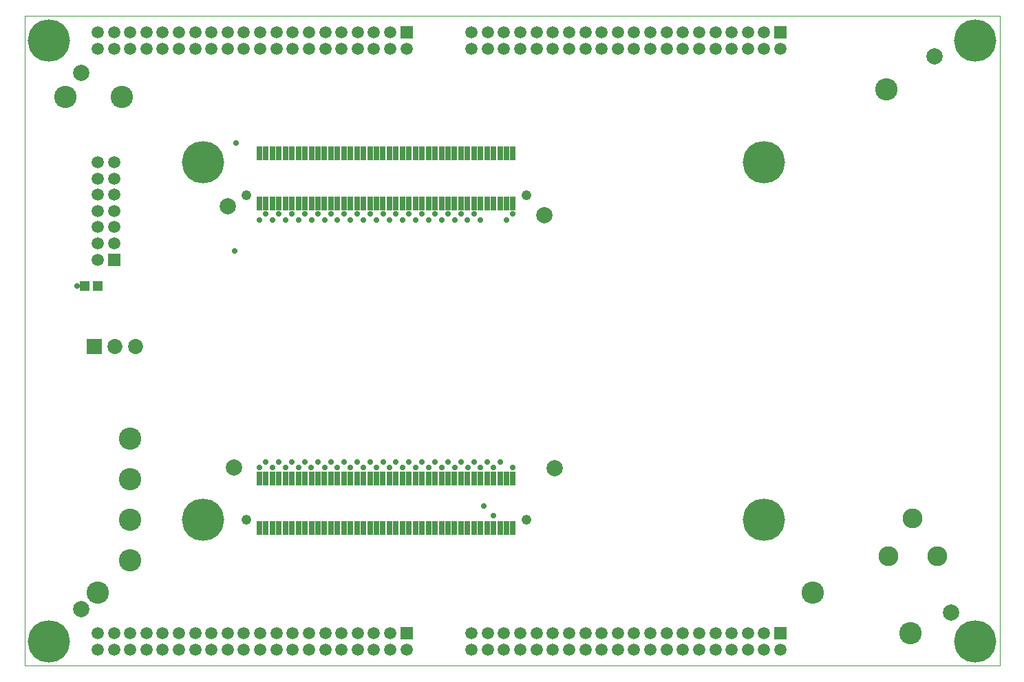
<source format=gts>
G04 Layer_Color=8388736*
%FSLAX25Y25*%
%MOIN*%
G70*
G01*
G75*
%ADD36C,0.00100*%
%ADD37R,0.04737X0.04737*%
%ADD38R,0.02611X0.06509*%
%ADD39C,0.07874*%
%ADD40C,0.10800*%
%ADD41C,0.07300*%
%ADD42R,0.07300X0.07300*%
%ADD43C,0.05918*%
%ADD44R,0.05918X0.05918*%
%ADD45R,0.05918X0.05918*%
%ADD46C,0.04816*%
%ADD47C,0.20485*%
%ADD48C,0.09658*%
%ADD49C,0.02800*%
D36*
X-11811Y-11811D02*
Y303150D01*
Y-11811D02*
X460630D01*
Y303150D01*
X-11811D02*
X460630D01*
D37*
X23550Y172300D02*
D03*
X17250D02*
D03*
D38*
X161811Y54783D02*
D03*
Y79075D02*
D03*
X158661Y54783D02*
D03*
Y79075D02*
D03*
X155512Y54783D02*
D03*
Y79075D02*
D03*
X152362Y54783D02*
D03*
Y79075D02*
D03*
X149213Y54783D02*
D03*
Y79075D02*
D03*
X146063Y54783D02*
D03*
Y79075D02*
D03*
X142913Y54783D02*
D03*
Y79075D02*
D03*
X139764Y54783D02*
D03*
Y79075D02*
D03*
X136614Y54783D02*
D03*
Y79075D02*
D03*
X133465D02*
D03*
X130315Y54783D02*
D03*
Y79075D02*
D03*
X127165Y54783D02*
D03*
Y79075D02*
D03*
X124016Y54783D02*
D03*
Y79075D02*
D03*
X120866Y54783D02*
D03*
Y79075D02*
D03*
X117717Y54783D02*
D03*
Y79075D02*
D03*
X114567Y54783D02*
D03*
Y79075D02*
D03*
X111417Y54783D02*
D03*
Y79075D02*
D03*
X108268Y54783D02*
D03*
Y79075D02*
D03*
X105118Y54783D02*
D03*
Y79075D02*
D03*
X101969Y54783D02*
D03*
Y79075D02*
D03*
X133465Y54783D02*
D03*
X196457D02*
D03*
X164961Y79075D02*
D03*
Y54783D02*
D03*
X168110Y79075D02*
D03*
Y54783D02*
D03*
X171260Y79075D02*
D03*
Y54783D02*
D03*
X174409Y79075D02*
D03*
Y54783D02*
D03*
X177559Y79075D02*
D03*
Y54783D02*
D03*
X180709Y79075D02*
D03*
Y54783D02*
D03*
X183858Y79075D02*
D03*
Y54783D02*
D03*
X187008Y79075D02*
D03*
Y54783D02*
D03*
X190157Y79075D02*
D03*
Y54783D02*
D03*
X193307Y79075D02*
D03*
Y54783D02*
D03*
X196457Y79075D02*
D03*
X199606D02*
D03*
Y54783D02*
D03*
X202756Y79075D02*
D03*
Y54783D02*
D03*
X205906Y79075D02*
D03*
Y54783D02*
D03*
X209055Y79075D02*
D03*
Y54783D02*
D03*
X212205Y79075D02*
D03*
Y54783D02*
D03*
X215354Y79075D02*
D03*
Y54783D02*
D03*
X218504Y79075D02*
D03*
Y54783D02*
D03*
X221654Y79075D02*
D03*
Y54783D02*
D03*
X224803Y79075D02*
D03*
Y54783D02*
D03*
Y212264D02*
D03*
Y236555D02*
D03*
X221654Y212264D02*
D03*
Y236555D02*
D03*
X218504Y212264D02*
D03*
Y236555D02*
D03*
X215354Y212264D02*
D03*
Y236555D02*
D03*
X212205Y212264D02*
D03*
Y236555D02*
D03*
X209055Y212264D02*
D03*
Y236555D02*
D03*
X205906Y212264D02*
D03*
Y236555D02*
D03*
X202756Y212264D02*
D03*
Y236555D02*
D03*
X199606Y212264D02*
D03*
Y236555D02*
D03*
X196457D02*
D03*
X193307Y212264D02*
D03*
Y236555D02*
D03*
X190157Y212264D02*
D03*
Y236555D02*
D03*
X187008Y212264D02*
D03*
Y236555D02*
D03*
X183858Y212264D02*
D03*
Y236555D02*
D03*
X180709Y212264D02*
D03*
Y236555D02*
D03*
X177559Y212264D02*
D03*
Y236555D02*
D03*
X174409Y212264D02*
D03*
Y236555D02*
D03*
X171260Y212264D02*
D03*
Y236555D02*
D03*
X168110Y212264D02*
D03*
Y236555D02*
D03*
X164961Y212264D02*
D03*
Y236555D02*
D03*
X196457Y212264D02*
D03*
X133465D02*
D03*
X101969Y236555D02*
D03*
Y212264D02*
D03*
X105118Y236555D02*
D03*
Y212264D02*
D03*
X108268Y236555D02*
D03*
Y212264D02*
D03*
X111417Y236555D02*
D03*
Y212264D02*
D03*
X114567Y236555D02*
D03*
Y212264D02*
D03*
X117717Y236555D02*
D03*
Y212264D02*
D03*
X120866Y236555D02*
D03*
Y212264D02*
D03*
X124016Y236555D02*
D03*
Y212264D02*
D03*
X127165Y236555D02*
D03*
Y212264D02*
D03*
X130315Y236555D02*
D03*
Y212264D02*
D03*
X133465Y236555D02*
D03*
X136614D02*
D03*
Y212264D02*
D03*
X139764Y236555D02*
D03*
Y212264D02*
D03*
X142913Y236555D02*
D03*
Y212264D02*
D03*
X146063Y236555D02*
D03*
Y212264D02*
D03*
X149213Y236555D02*
D03*
Y212264D02*
D03*
X152362Y236555D02*
D03*
Y212264D02*
D03*
X155512Y236555D02*
D03*
Y212264D02*
D03*
X158661Y236555D02*
D03*
Y212264D02*
D03*
X161811Y236555D02*
D03*
Y212264D02*
D03*
D39*
X15748Y275590D02*
D03*
X429134Y283465D02*
D03*
X436900Y13800D02*
D03*
X15748Y15748D02*
D03*
X86600Y210800D02*
D03*
X239900Y206500D02*
D03*
X244900Y83800D02*
D03*
X89600Y84100D02*
D03*
D40*
X405512Y267717D02*
D03*
X417323Y3937D02*
D03*
X370079Y23622D02*
D03*
X23622D02*
D03*
X39370Y59055D02*
D03*
Y78740D02*
D03*
Y98425D02*
D03*
Y39370D02*
D03*
X35433Y263779D02*
D03*
X7874D02*
D03*
D41*
X42133Y142958D02*
D03*
X32133D02*
D03*
D42*
X22133D02*
D03*
D43*
X31496Y208661D02*
D03*
X23622D02*
D03*
X31496Y216535D02*
D03*
X23622D02*
D03*
Y200787D02*
D03*
X31496D02*
D03*
X23622Y192913D02*
D03*
X31496D02*
D03*
X23622Y185039D02*
D03*
Y232283D02*
D03*
X31496D02*
D03*
X23622Y224410D02*
D03*
X31496D02*
D03*
X314961Y3937D02*
D03*
Y-3937D02*
D03*
X307087Y3937D02*
D03*
Y-3937D02*
D03*
X354331D02*
D03*
X346457Y3937D02*
D03*
Y-3937D02*
D03*
X338583Y3937D02*
D03*
Y-3937D02*
D03*
X322835D02*
D03*
Y3937D02*
D03*
X330709Y-3937D02*
D03*
Y3937D02*
D03*
X299213D02*
D03*
Y-3937D02*
D03*
X291339Y3937D02*
D03*
Y-3937D02*
D03*
X283465Y3937D02*
D03*
Y-3937D02*
D03*
X275591Y3937D02*
D03*
Y-3937D02*
D03*
X267717Y3937D02*
D03*
Y-3937D02*
D03*
X259842Y3937D02*
D03*
Y-3937D02*
D03*
X251969Y3937D02*
D03*
Y-3937D02*
D03*
X244094Y3937D02*
D03*
Y-3937D02*
D03*
X236221Y3937D02*
D03*
Y-3937D02*
D03*
X228346Y3937D02*
D03*
Y-3937D02*
D03*
X220473Y3937D02*
D03*
Y-3937D02*
D03*
X212598Y3937D02*
D03*
Y-3937D02*
D03*
X204724Y3937D02*
D03*
Y-3937D02*
D03*
X23622D02*
D03*
Y3937D02*
D03*
X31496Y-3937D02*
D03*
Y3937D02*
D03*
X39370Y-3937D02*
D03*
Y3937D02*
D03*
X47244Y-3937D02*
D03*
Y3937D02*
D03*
X55118Y-3937D02*
D03*
Y3937D02*
D03*
X62992Y-3937D02*
D03*
Y3937D02*
D03*
X70866Y-3937D02*
D03*
Y3937D02*
D03*
X78740Y-3937D02*
D03*
Y3937D02*
D03*
X86614Y-3937D02*
D03*
Y3937D02*
D03*
X94488Y-3937D02*
D03*
Y3937D02*
D03*
X102362Y-3937D02*
D03*
Y3937D02*
D03*
X110236Y-3937D02*
D03*
Y3937D02*
D03*
X118110Y-3937D02*
D03*
Y3937D02*
D03*
X149606D02*
D03*
Y-3937D02*
D03*
X141732Y3937D02*
D03*
Y-3937D02*
D03*
X157480D02*
D03*
Y3937D02*
D03*
X165354Y-3937D02*
D03*
Y3937D02*
D03*
X173228Y-3937D02*
D03*
X125984D02*
D03*
Y3937D02*
D03*
X133858Y-3937D02*
D03*
Y3937D02*
D03*
X314961Y295276D02*
D03*
Y287402D02*
D03*
X307087Y295276D02*
D03*
Y287402D02*
D03*
X354331D02*
D03*
X346457Y295276D02*
D03*
Y287402D02*
D03*
X338583Y295276D02*
D03*
Y287402D02*
D03*
X322835D02*
D03*
Y295276D02*
D03*
X330709Y287402D02*
D03*
Y295276D02*
D03*
X299213D02*
D03*
Y287402D02*
D03*
X291339Y295276D02*
D03*
Y287402D02*
D03*
X283465Y295276D02*
D03*
Y287402D02*
D03*
X275591Y295276D02*
D03*
Y287402D02*
D03*
X267717Y295276D02*
D03*
Y287402D02*
D03*
X259842Y295276D02*
D03*
Y287402D02*
D03*
X251969Y295276D02*
D03*
Y287402D02*
D03*
X244094Y295276D02*
D03*
Y287402D02*
D03*
X236221Y295276D02*
D03*
Y287402D02*
D03*
X228346Y295276D02*
D03*
Y287402D02*
D03*
X220473Y295276D02*
D03*
Y287402D02*
D03*
X212598Y295276D02*
D03*
Y287402D02*
D03*
X204724Y295276D02*
D03*
Y287402D02*
D03*
X23622D02*
D03*
Y295276D02*
D03*
X31496Y287402D02*
D03*
Y295276D02*
D03*
X39370Y287402D02*
D03*
Y295276D02*
D03*
X47244Y287402D02*
D03*
Y295276D02*
D03*
X55118Y287402D02*
D03*
Y295276D02*
D03*
X62992Y287402D02*
D03*
Y295276D02*
D03*
X70866Y287402D02*
D03*
Y295276D02*
D03*
X78740Y287402D02*
D03*
Y295276D02*
D03*
X86614Y287402D02*
D03*
Y295276D02*
D03*
X94488Y287402D02*
D03*
Y295276D02*
D03*
X102362Y287402D02*
D03*
Y295276D02*
D03*
X110236Y287402D02*
D03*
Y295276D02*
D03*
X118110Y287402D02*
D03*
Y295276D02*
D03*
X149606D02*
D03*
Y287402D02*
D03*
X141732Y295276D02*
D03*
Y287402D02*
D03*
X157480D02*
D03*
Y295276D02*
D03*
X165354Y287402D02*
D03*
Y295276D02*
D03*
X173228Y287402D02*
D03*
X125984D02*
D03*
Y295276D02*
D03*
X133858Y287402D02*
D03*
Y295276D02*
D03*
D44*
X31496Y185039D02*
D03*
D45*
X354331Y3937D02*
D03*
X173228D02*
D03*
X354331Y295276D02*
D03*
X173228D02*
D03*
D46*
X231240Y58917D02*
D03*
X95531D02*
D03*
Y216398D02*
D03*
X231240D02*
D03*
D47*
X0Y0D02*
D03*
X448819D02*
D03*
X0Y291339D02*
D03*
X448819D02*
D03*
X74803Y232283D02*
D03*
X346457D02*
D03*
Y59055D02*
D03*
X74803D02*
D03*
D48*
X406646Y41150D02*
D03*
X430268D02*
D03*
X418457Y59654D02*
D03*
D49*
X210600Y65500D02*
D03*
X215400Y60800D02*
D03*
X90700Y241500D02*
D03*
X146100Y84100D02*
D03*
X152400D02*
D03*
X149300Y86900D02*
D03*
X202900Y84200D02*
D03*
X13500Y172300D02*
D03*
X90100Y189300D02*
D03*
X224800Y207300D02*
D03*
X221600Y204400D02*
D03*
X105100Y207300D02*
D03*
X205900D02*
D03*
X199600D02*
D03*
X193300D02*
D03*
X187000D02*
D03*
X180700D02*
D03*
X174400D02*
D03*
X168100D02*
D03*
X161900D02*
D03*
X155600D02*
D03*
X149300D02*
D03*
X142900D02*
D03*
X136600D02*
D03*
X130400D02*
D03*
X124000D02*
D03*
X117800D02*
D03*
X111400D02*
D03*
X102000Y204400D02*
D03*
X209100D02*
D03*
X202800D02*
D03*
X196500D02*
D03*
X190200D02*
D03*
X183900D02*
D03*
X177600D02*
D03*
X171300D02*
D03*
X164900D02*
D03*
X158700D02*
D03*
X152400D02*
D03*
X146100D02*
D03*
X139800D02*
D03*
X133500D02*
D03*
X127200D02*
D03*
X120900D02*
D03*
X114600D02*
D03*
X108311D02*
D03*
X105100Y86900D02*
D03*
X130300D02*
D03*
X136600D02*
D03*
X142900D02*
D03*
X155600D02*
D03*
X161900D02*
D03*
X168100D02*
D03*
X174400D02*
D03*
X180700D02*
D03*
X187000D02*
D03*
X193300D02*
D03*
X199600D02*
D03*
X205900D02*
D03*
X212200D02*
D03*
X218500D02*
D03*
X224800Y84100D02*
D03*
X124079Y86900D02*
D03*
X117779D02*
D03*
X111479D02*
D03*
X102000Y84100D02*
D03*
X215400D02*
D03*
X133500D02*
D03*
X139800D02*
D03*
X158700D02*
D03*
X164900D02*
D03*
X171300D02*
D03*
X177600D02*
D03*
X183900D02*
D03*
X190200D02*
D03*
X196500D02*
D03*
X209100D02*
D03*
X127079D02*
D03*
X120879D02*
D03*
X114579D02*
D03*
X108279D02*
D03*
M02*

</source>
